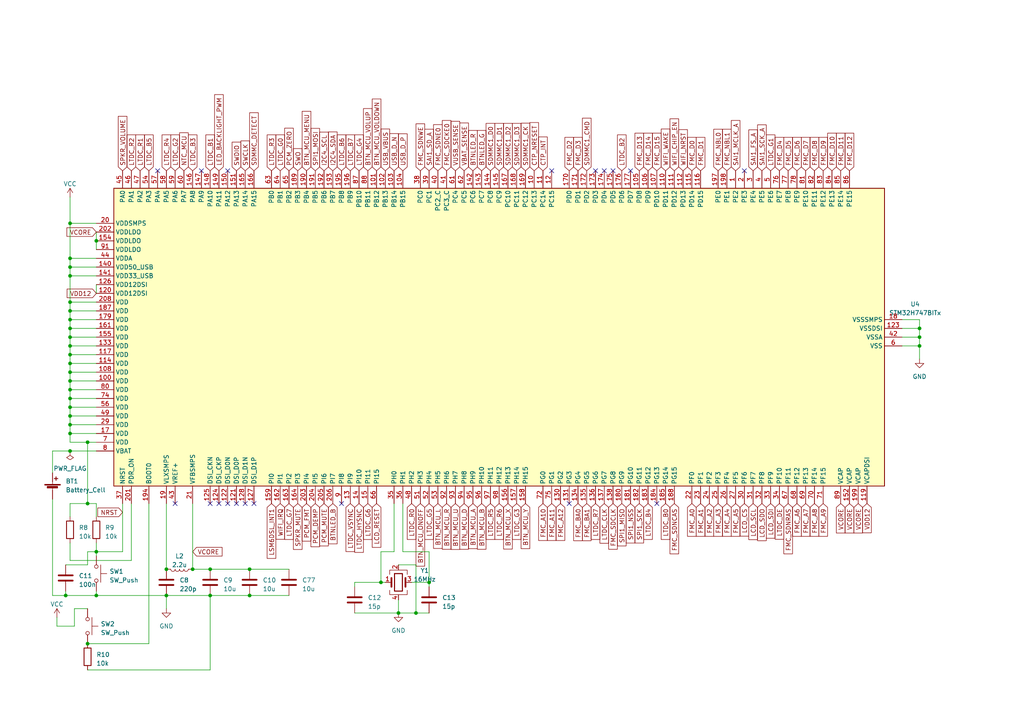
<source format=kicad_sch>
(kicad_sch (version 20230121) (generator eeschema)
  (paper "A4")
  (lib_symbols
    (symbol "Device:Battery_Cell" (pin_numbers hide) (pin_names (offset 0) hide)
      (property "Reference" "BT" (at 2.54 2.54 0))
      (property "Value" "Battery_Cell" (at 2.54 0 0))
      (symbol "Battery_Cell_0_1"
        (rectangle (start -2.286 1.778) (end 2.286 1.524) (fill (type outline)))
        (rectangle (start -1.5748 1.1938) (end 1.4732 0.6858) (fill (type outline)))
        (polyline (pts (xy 0 0.762) (xy 0 0)))
        (polyline (pts (xy 0 1.778) (xy 0 2.54)))
        (polyline (pts (xy 0.508 3.429) (xy 1.524 3.429)) (stroke (width 0.254)))
        (polyline (pts (xy 1.016 3.937) (xy 1.016 2.921)) (stroke (width 0.254)))
      )
      (symbol "Battery_Cell_1_1"
        (pin passive line (at 0 5.08 270) (length 2.54) (name "+") (number "1"))
        (pin passive line (at 0 -2.54 90) (length 2.54) (name "-") (number "2"))
      )
    )
    (symbol "Device:C" (pin_numbers hide) (pin_names (offset 0.254))
      (property "Reference" "C" (at 0.635 2.54 0))
      (property "Value" "C" (at 0.635 -2.54 0))
      (symbol "C_0_1"
        (polyline (pts (xy -2.032 -0.762) (xy 2.032 -0.762)) (stroke (width 0.508)))
        (polyline (pts (xy -2.032 0.762) (xy 2.032 0.762)) (stroke (width 0.508)))
      )
      (symbol "C_1_1"
        (pin passive line (at 0 3.81 270) (length 2.794) (name "~") (number "1"))
        (pin passive line (at 0 -3.81 90) (length 2.794) (name "~") (number "2"))
      )
    )
    (symbol "Device:Crystal_GND24" (pin_names (offset 1.016) hide)
      (property "Reference" "Y" (at 3.175 5.08 0))
      (property "Value" "Crystal_GND24" (at 3.175 3.175 0))
      (symbol "Crystal_GND24_0_1"
        (rectangle (start -1.143 2.54) (end 1.143 -2.54) (stroke (width 0.3048)))
        (polyline (pts (xy -2.54 0) (xy -2.032 0)))
        (polyline (pts (xy -2.032 -1.27) (xy -2.032 1.27)) (stroke (width 0.508)))
        (polyline (pts (xy 0 -3.81) (xy 0 -3.556)))
        (polyline (pts (xy 0 3.556) (xy 0 3.81)))
        (polyline (pts (xy 2.032 -1.27) (xy 2.032 1.27)) (stroke (width 0.508)))
        (polyline (pts (xy 2.032 0) (xy 2.54 0)))
        (polyline (pts (xy -2.54 -2.286) (xy -2.54 -3.556) (xy 2.54 -3.556) (xy 2.54 -2.286)))
        (polyline (pts (xy -2.54 2.286) (xy -2.54 3.556) (xy 2.54 3.556) (xy 2.54 2.286)))
      )
      (symbol "Crystal_GND24_1_1"
        (pin passive line (at -3.81 0 0) (length 1.27) (name "1") (number "1"))
        (pin passive line (at 0 5.08 270) (length 1.27) (name "2") (number "2"))
        (pin passive line (at 3.81 0 180) (length 1.27) (name "3") (number "3"))
        (pin passive line (at 0 -5.08 90) (length 1.27) (name "4") (number "4"))
      )
    )
    (symbol "Device:L" (pin_numbers hide) (pin_names (offset 1.016) hide)
      (property "Reference" "L" (at -1.27 0 90))
      (property "Value" "L" (at 1.905 0 90))
      (symbol "L_0_1"
        (arc (start 0 -2.54) (mid 0.6323 -1.905) (end 0 -1.27))
        (arc (start 0 -1.27) (mid 0.6323 -0.635) (end 0 0))
        (arc (start 0 0) (mid 0.6323 0.635) (end 0 1.27))
        (arc (start 0 1.27) (mid 0.6323 1.905) (end 0 2.54))
      )
      (symbol "L_1_1"
        (pin passive line (at 0 3.81 270) (length 1.27) (name "1") (number "1"))
        (pin passive line (at 0 -3.81 90) (length 1.27) (name "2") (number "2"))
      )
    )
    (symbol "Device:R" (pin_numbers hide) (pin_names (offset 0))
      (property "Reference" "R" (at 2.032 0 90))
      (property "Value" "R" (at 0 0 90))
      (symbol "R_0_1"
        (rectangle (start -1.016 -2.54) (end 1.016 2.54) (stroke (width 0.254)))
      )
      (symbol "R_1_1"
        (pin passive line (at 0 3.81 270) (length 1.27) (name "~") (number "1"))
        (pin passive line (at 0 -3.81 90) (length 1.27) (name "~") (number "2"))
      )
    )
    (symbol "MCU_ST_STM32H7:STM32H747BITx"
      (property "Reference" "U" (at -43.18 113.03 0))
      (property "Value" "STM32H747BITx" (at 35.56 113.03 0))
      (symbol "STM32H747BITx_0_1"
        (rectangle (start -43.18 -111.76) (end 43.18 111.76) (stroke (width 0.254)) (fill (type background)))
      )
      (symbol "STM32H747BITx_1_1"
        (pin bidirectional line (at 48.26 -68.58 180) (length 5.08) (name "PE2") (number "1"))
        (pin bidirectional line (at 48.26 -10.16 180) (length 5.08) (name "PC13") (number "10"))
        (pin power_in line (at -12.7 116.84 270) (length 5.08) (name "VDD") (number "100"))
        (pin bidirectional line (at 48.26 35.56 180) (length 5.08) (name "PB12") (number "101"))
        (pin bidirectional line (at 48.26 33.02 180) (length 5.08) (name "PB13") (number "102"))
        (pin bidirectional line (at 48.26 30.48 180) (length 5.08) (name "PB14") (number "103"))
        (pin bidirectional line (at 48.26 27.94 180) (length 5.08) (name "PB15") (number "104"))
        (pin bidirectional line (at 48.26 -40.64 180) (length 5.08) (name "PD8") (number "105"))
        (pin bidirectional line (at 48.26 -43.18 180) (length 5.08) (name "PD9") (number "106"))
        (pin bidirectional line (at 48.26 -45.72 180) (length 5.08) (name "PD10") (number "107"))
        (pin power_in line (at -10.16 116.84 270) (length 5.08) (name "VDD") (number "108"))
        (pin passive line (at -2.54 -116.84 90) (length 5.08) hide (name "VSS") (number "109"))
        (pin bidirectional line (at 48.26 -12.7 180) (length 5.08) (name "PC14") (number "11"))
        (pin bidirectional line (at 48.26 -48.26 180) (length 5.08) (name "PD11") (number "110"))
        (pin bidirectional line (at 48.26 -50.8 180) (length 5.08) (name "PD12") (number "111"))
        (pin bidirectional line (at 48.26 -53.34 180) (length 5.08) (name "PD13") (number "112"))
        (pin passive line (at -2.54 -116.84 90) (length 5.08) hide (name "VSS") (number "113"))
        (pin power_in line (at -7.62 116.84 270) (length 5.08) (name "VDD") (number "114"))
        (pin bidirectional line (at 48.26 -55.88 180) (length 5.08) (name "PD14") (number "115"))
        (pin bidirectional line (at 48.26 -58.42 180) (length 5.08) (name "PD15") (number "116"))
        (pin power_in line (at -5.08 116.84 270) (length 5.08) (name "VDD") (number "117"))
        (pin passive line (at -2.54 -116.84 90) (length 5.08) hide (name "VSS") (number "118"))
        (pin power_out line (at -48.26 -106.68 0) (length 5.08) (name "VCAPDSI") (number "119"))
        (pin bidirectional line (at 48.26 -15.24 180) (length 5.08) (name "PC15") (number "12"))
        (pin power_in line (at 12.7 116.84 270) (length 5.08) (name "VDD12DSI") (number "120"))
        (pin bidirectional line (at -48.26 76.2 0) (length 5.08) (name "DSI_D0P") (number "121"))
        (pin bidirectional line (at -48.26 78.74 0) (length 5.08) (name "DSI_D0N") (number "122"))
        (pin power_in line (at 2.54 -116.84 90) (length 5.08) (name "VSSDSI") (number "123"))
        (pin bidirectional line (at -48.26 81.28 0) (length 5.08) (name "DSI_CKP") (number "124"))
        (pin bidirectional line (at -48.26 83.82 0) (length 5.08) (name "DSI_CKN") (number "125"))
        (pin power_in line (at 15.24 116.84 270) (length 5.08) (name "VDD12DSI") (number "126"))
        (pin bidirectional line (at -48.26 71.12 0) (length 5.08) (name "DSI_D1P") (number "127"))
        (pin bidirectional line (at -48.26 73.66 0) (length 5.08) (name "DSI_D1N") (number "128"))
        (pin passive line (at 2.54 -116.84 90) (length 5.08) hide (name "VSSDSI") (number "129"))
        (pin bidirectional line (at -48.26 43.18 0) (length 5.08) (name "PI9") (number "13"))
        (pin bidirectional line (at -48.26 -17.78 0) (length 5.08) (name "PG2") (number "130"))
        (pin bidirectional line (at -48.26 -20.32 0) (length 5.08) (name "PG3") (number "131"))
        (pin passive line (at -2.54 -116.84 90) (length 5.08) hide (name "VSS") (number "132"))
        (pin power_in line (at -2.54 116.84 270) (length 5.08) (name "VDD") (number "133"))
        (pin bidirectional line (at -48.26 -22.86 0) (length 5.08) (name "PG4") (number "134"))
        (pin bidirectional line (at -48.26 -25.4 0) (length 5.08) (name "PG5") (number "135"))
        (pin bidirectional line (at -48.26 -27.94 0) (length 5.08) (name "PG6") (number "136"))
        (pin bidirectional line (at -48.26 -30.48 0) (length 5.08) (name "PG7") (number "137"))
        (pin bidirectional line (at -48.26 -33.02 0) (length 5.08) (name "PG8") (number "138"))
        (pin passive line (at -2.54 -116.84 90) (length 5.08) hide (name "VSS") (number "139"))
        (pin bidirectional line (at -48.26 40.64 0) (length 5.08) (name "PI10") (number "14"))
        (pin power_in line (at 20.32 116.84 270) (length 5.08) (name "VDD50_USB") (number "140"))
        (pin power_in line (at 17.78 116.84 270) (length 5.08) (name "VDD33_USB") (number "141"))
        (pin bidirectional line (at 48.26 7.62 180) (length 5.08) (name "PC6") (number "142"))
        (pin bidirectional line (at 48.26 5.08 180) (length 5.08) (name "PC7") (number "143"))
        (pin bidirectional line (at 48.26 2.54 180) (length 5.08) (name "PC8") (number "144"))
        (pin bidirectional line (at 48.26 0 180) (length 5.08) (name "PC9") (number "145"))
        (pin bidirectional line (at 48.26 88.9 180) (length 5.08) (name "PA8") (number "146"))
        (pin bidirectional line (at 48.26 86.36 180) (length 5.08) (name "PA9") (number "147"))
        (pin bidirectional line (at 48.26 83.82 180) (length 5.08) (name "PA10") (number "148"))
        (pin bidirectional line (at 48.26 81.28 180) (length 5.08) (name "PA11") (number "149"))
        (pin bidirectional line (at -48.26 38.1 0) (length 5.08) (name "PI11") (number "15"))
        (pin bidirectional line (at 48.26 78.74 180) (length 5.08) (name "PA12") (number "150"))
        (pin bidirectional line (at 48.26 76.2 180) (length 5.08) (name "PA13") (number "151"))
        (pin power_out line (at -48.26 -101.6 0) (length 5.08) (name "VCAP") (number "152"))
        (pin passive line (at -2.54 -116.84 90) (length 5.08) hide (name "VSS") (number "153"))
        (pin power_in line (at 27.94 116.84 270) (length 5.08) (name "VDDLDO") (number "154"))
        (pin power_in line (at 0 116.84 270) (length 5.08) (name "VDD") (number "155"))
        (pin bidirectional line (at -48.26 -2.54 0) (length 5.08) (name "PH13") (number "156"))
        (pin bidirectional line (at -48.26 -5.08 0) (length 5.08) (name "PH14") (number "157"))
        (pin bidirectional line (at -48.26 -7.62 0) (length 5.08) (name "PH15") (number "158"))
        (pin bidirectional line (at -48.26 66.04 0) (length 5.08) (name "PI0") (number "159"))
        (pin passive line (at -2.54 -116.84 90) (length 5.08) hide (name "VSS") (number "16"))
        (pin passive line (at -2.54 -116.84 90) (length 5.08) hide (name "VSS") (number "160"))
        (pin power_in line (at 2.54 116.84 270) (length 5.08) (name "VDD") (number "161"))
        (pin bidirectional line (at -48.26 63.5 0) (length 5.08) (name "PI1") (number "162"))
        (pin bidirectional line (at -48.26 60.96 0) (length 5.08) (name "PI2") (number "163"))
        (pin bidirectional line (at -48.26 58.42 0) (length 5.08) (name "PI3") (number "164"))
        (pin bidirectional line (at 48.26 73.66 180) (length 5.08) (name "PA14") (number "165"))
        (pin bidirectional line (at 48.26 71.12 180) (length 5.08) (name "PA15") (number "166"))
        (pin bidirectional line (at 48.26 -2.54 180) (length 5.08) (name "PC10") (number "167"))
        (pin bidirectional line (at 48.26 -5.08 180) (length 5.08) (name "PC11") (number "168"))
        (pin bidirectional line (at 48.26 -7.62 180) (length 5.08) (name "PC12") (number "169"))
        (pin power_in line (at -27.94 116.84 270) (length 5.08) (name "VDD") (number "17"))
        (pin bidirectional line (at 48.26 -20.32 180) (length 5.08) (name "PD0") (number "170"))
        (pin bidirectional line (at 48.26 -22.86 180) (length 5.08) (name "PD1") (number "171"))
        (pin bidirectional line (at 48.26 -25.4 180) (length 5.08) (name "PD2") (number "172"))
        (pin bidirectional line (at 48.26 -27.94 180) (length 5.08) (name "PD3") (number "173"))
        (pin bidirectional line (at 48.26 -30.48 180) (length 5.08) (name "PD4") (number "174"))
        (pin bidirectional line (at 48.26 -33.02 180) (length 5.08) (name "PD5") (number "175"))
        (pin bidirectional line (at 48.26 -35.56 180) (length 5.08) (name "PD6") (number "176"))
        (pin bidirectional line (at 48.26 -38.1 180) (length 5.08) (name "PD7") (number "177"))
        (pin passive line (at -2.54 -116.84 90) (length 5.08) hide (name "VSS") (number "178"))
        (pin power_in line (at 5.08 116.84 270) (length 5.08) (name "VDD") (number "179"))
        (pin power_in line (at 5.08 -116.84 90) (length 5.08) (name "VSSSMPS") (number "18"))
        (pin bidirectional line (at -48.26 -35.56 0) (length 5.08) (name "PG9") (number "180"))
        (pin bidirectional line (at -48.26 -38.1 0) (length 5.08) (name "PG10") (number "181"))
        (pin bidirectional line (at -48.26 -40.64 0) (length 5.08) (name "PG11") (number "182"))
        (pin bidirectional line (at -48.26 -43.18 0) (length 5.08) (name "PG12") (number "183"))
        (pin bidirectional line (at -48.26 -45.72 0) (length 5.08) (name "PG13") (number "184"))
        (pin bidirectional line (at -48.26 -48.26 0) (length 5.08) (name "PG14") (number "185"))
        (pin passive line (at -2.54 -116.84 90) (length 5.08) hide (name "VSS") (number "186"))
        (pin power_in line (at 7.62 116.84 270) (length 5.08) (name "VDD") (number "187"))
        (pin bidirectional line (at -48.26 -50.8 0) (length 5.08) (name "PG15") (number "188"))
        (pin bidirectional line (at 48.26 58.42 180) (length 5.08) (name "PB3") (number "189"))
        (pin power_in line (at -48.26 96.52 0) (length 5.08) (name "VLXSMPS") (number "19"))
        (pin bidirectional line (at 48.26 55.88 180) (length 5.08) (name "PB4") (number "190"))
        (pin bidirectional line (at 48.26 53.34 180) (length 5.08) (name "PB5") (number "191"))
        (pin bidirectional line (at 48.26 50.8 180) (length 5.08) (name "PB6") (number "192"))
        (pin bidirectional line (at 48.26 48.26 180) (length 5.08) (name "PB7") (number "193"))
        (pin input line (at -48.26 101.6 0) (length 5.08) (name "BOOT0") (number "194"))
        (pin bidirectional line (at 48.26 45.72 180) (length 5.08) (name "PB8") (number "195"))
        (pin bidirectional line (at 48.26 43.18 180) (length 5.08) (name "PB9") (number "196"))
        (pin bidirectional line (at 48.26 -63.5 180) (length 5.08) (name "PE0") (number "197"))
        (pin bidirectional line (at 48.26 -66.04 180) (length 5.08) (name "PE1") (number "198"))
        (pin power_out line (at -48.26 -104.14 0) (length 5.08) (name "VCAP") (number "199"))
        (pin bidirectional line (at 48.26 -71.12 180) (length 5.08) (name "PE3") (number "2"))
        (pin power_in line (at 33.02 116.84 270) (length 5.08) (name "VDDSMPS") (number "20"))
        (pin passive line (at -2.54 -116.84 90) (length 5.08) hide (name "VSS") (number "200"))
        (pin input line (at -48.26 106.68 0) (length 5.08) (name "PDR_ON") (number "201"))
        (pin power_in line (at 30.48 116.84 270) (length 5.08) (name "VDDLDO") (number "202"))
        (pin bidirectional line (at -48.26 55.88 0) (length 5.08) (name "PI4") (number "203"))
        (pin bidirectional line (at -48.26 53.34 0) (length 5.08) (name "PI5") (number "204"))
        (pin bidirectional line (at -48.26 50.8 0) (length 5.08) (name "PI6") (number "205"))
        (pin bidirectional line (at -48.26 48.26 0) (length 5.08) (name "PI7") (number "206"))
        (pin passive line (at -2.54 -116.84 90) (length 5.08) hide (name "VSS") (number "207"))
        (pin power_in line (at 10.16 116.84 270) (length 5.08) (name "VDD") (number "208"))
        (pin input line (at -48.26 88.9 0) (length 5.08) (name "VFBSMPS") (number "21"))
        (pin bidirectional line (at -48.26 -55.88 0) (length 5.08) (name "PF0") (number "22"))
        (pin bidirectional line (at -48.26 -58.42 0) (length 5.08) (name "PF1") (number "23"))
        (pin bidirectional line (at -48.26 -60.96 0) (length 5.08) (name "PF2") (number "24"))
        (pin bidirectional line (at -48.26 -63.5 0) (length 5.08) (name "PF3") (number "25"))
        (pin bidirectional line (at -48.26 -66.04 0) (length 5.08) (name "PF4") (number "26"))
        (pin bidirectional line (at -48.26 -68.58 0) (length 5.08) (name "PF5") (number "27"))
        (pin passive line (at -2.54 -116.84 90) (length 5.08) hide (name "VSS") (number "28"))
        (pin power_in line (at -25.4 116.84 270) (length 5.08) (name "VDD") (number "29"))
        (pin bidirectional line (at 48.26 -73.66 180) (length 5.08) (name "PE4") (number "3"))
        (pin bidirectional line (at -48.26 -71.12 0) (length 5.08) (name "PF6") (number "30"))
        (pin bidirectional line (at -48.26 -73.66 0) (length 5.08) (name "PF7") (number "31"))
        (pin bidirectional line (at -48.26 -76.2 0) (length 5.08) (name "PF8") (number "32"))
        (pin bidirectional line (at -48.26 -78.74 0) (length 5.08) (name "PF9") (number "33"))
        (pin bidirectional line (at -48.26 -81.28 0) (length 5.08) (name "PF10") (number "34"))
        (pin bidirectional line (at -48.26 30.48 0) (length 5.08) (name "PH0") (number "35"))
        (pin bidirectional line (at -48.26 27.94 0) (length 5.08) (name "PH1") (number "36"))
        (pin input line (at -48.26 109.22 0) (length 5.08) (name "NRST") (number "37"))
        (pin bidirectional line (at 48.26 22.86 180) (length 5.08) (name "PC0") (number "38"))
        (pin bidirectional line (at 48.26 20.32 180) (length 5.08) (name "PC1") (number "39"))
        (pin bidirectional line (at 48.26 -76.2 180) (length 5.08) (name "PE5") (number "4"))
        (pin bidirectional line (at 48.26 17.78 180) (length 5.08) (name "PC2_C") (number "40"))
        (pin bidirectional line (at 48.26 15.24 180) (length 5.08) (name "PC3_C") (number "41"))
        (pin power_in line (at 0 -116.84 90) (length 5.08) (name "VSSA") (number "42"))
        (pin input line (at -48.26 93.98 0) (length 5.08) (name "VREF+") (number "43"))
        (pin power_in line (at 22.86 116.84 270) (length 5.08) (name "VDDA") (number "44"))
        (pin bidirectional line (at 48.26 109.22 180) (length 5.08) (name "PA0") (number "45"))
        (pin bidirectional line (at 48.26 106.68 180) (length 5.08) (name "PA1") (number "46"))
        (pin bidirectional line (at 48.26 104.14 180) (length 5.08) (name "PA2") (number "47"))
        (pin bidirectional line (at -48.26 25.4 0) (length 5.08) (name "PH2") (number "48"))
        (pin power_in line (at -22.86 116.84 270) (length 5.08) (name "VDD") (number "49"))
        (pin bidirectional line (at 48.26 -78.74 180) (length 5.08) (name "PE6") (number "5"))
        (pin passive line (at -2.54 -116.84 90) (length 5.08) hide (name "VSS") (number "50"))
        (pin bidirectional line (at -48.26 22.86 0) (length 5.08) (name "PH3") (number "51"))
        (pin bidirectional line (at -48.26 20.32 0) (length 5.08) (name "PH4") (number "52"))
        (pin bidirectional line (at -48.26 17.78 0) (length 5.08) (name "PH5") (number "53"))
        (pin bidirectional line (at 48.26 101.6 180) (length 5.08) (name "PA3") (number "54"))
        (pin passive line (at -2.54 -116.84 90) (length 5.08) hide (name "VSS") (number "55"))
        (pin power_in line (at -20.32 116.84 270) (length 5.08) (name "VDD") (number "56"))
        (pin bidirectional line (at 48.26 99.06 180) (length 5.08) (name "PA4") (number "57"))
        (pin bidirectional line (at 48.26 96.52 180) (length 5.08) (name "PA5") (number "58"))
        (pin bidirectional line (at 48.26 93.98 180) (length 5.08) (name "PA6") (number "59"))
        (pin power_in line (at -2.54 -116.84 90) (length 5.08) (name "VSS") (number "6"))
        (pin bidirectional line (at 48.26 91.44 180) (length 5.08) (name "PA7") (number "60"))
        (pin bidirectional line (at 48.26 12.7 180) (length 5.08) (name "PC4") (number "61"))
        (pin bidirectional line (at 48.26 10.16 180) (length 5.08) (name "PC5") (number "62"))
        (pin bidirectional line (at 48.26 66.04 180) (length 5.08) (name "PB0") (number "63"))
        (pin bidirectional line (at 48.26 63.5 180) (length 5.08) (name "PB1") (number "64"))
        (pin bidirectional line (at 48.26 60.96 180) (length 5.08) (name "PB2") (number "65"))
        (pin bidirectional line (at -48.26 35.56 0) (length 5.08) (name "PI15") (number "66"))
        (pin bidirectional line (at -48.26 -83.82 0) (length 5.08) (name "PF11") (number "67"))
        (pin bidirectional line (at -48.26 -86.36 0) (length 5.08) (name "PF12") (number "68"))
        (pin bidirectional line (at -48.26 -88.9 0) (length 5.08) (name "PF13") (number "69"))
        (pin power_in line (at -30.48 116.84 270) (length 5.08) (name "VDD") (number "7"))
        (pin bidirectional line (at -48.26 -91.44 0) (length 5.08) (name "PF14") (number "70"))
        (pin bidirectional line (at -48.26 -93.98 0) (length 5.08) (name "PF15") (number "71"))
        (pin bidirectional line (at -48.26 -12.7 0) (length 5.08) (name "PG0") (number "72"))
        (pin passive line (at -2.54 -116.84 90) (length 5.08) hide (name "VSS") (number "73"))
        (pin power_in line (at -17.78 116.84 270) (length 5.08) (name "VDD") (number "74"))
        (pin bidirectional line (at -48.26 -15.24 0) (length 5.08) (name "PG1") (number "75"))
        (pin bidirectional line (at 48.26 -81.28 180) (length 5.08) (name "PE7") (number "76"))
        (pin bidirectional line (at 48.26 -83.82 180) (length 5.08) (name "PE8") (number "77"))
        (pin bidirectional line (at 48.26 -86.36 180) (length 5.08) (name "PE9") (number "78"))
        (pin passive line (at -2.54 -116.84 90) (length 5.08) hide (name "VSS") (number "79"))
        (pin power_in line (at -33.02 116.84 270) (length 5.08) (name "VBAT") (number "8"))
        (pin power_in line (at -15.24 116.84 270) (length 5.08) (name "VDD") (number "80"))
        (pin bidirectional line (at 48.26 -88.9 180) (length 5.08) (name "PE10") (number "81"))
        (pin bidirectional line (at 48.26 -91.44 180) (length 5.08) (name "PE11") (number "82"))
        (pin bidirectional line (at 48.26 -93.98 180) (length 5.08) (name "PE12") (number "83"))
        (pin bidirectional line (at 48.26 -96.52 180) (length 5.08) (name "PE13") (number "84"))
        (pin bidirectional line (at 48.26 -99.06 180) (length 5.08) (name "PE14") (number "85"))
        (pin bidirectional line (at 48.26 -101.6 180) (length 5.08) (name "PE15") (number "86"))
        (pin bidirectional line (at 48.26 40.64 180) (length 5.08) (name "PB10") (number "87"))
        (pin bidirectional line (at 48.26 38.1 180) (length 5.08) (name "PB11") (number "88"))
        (pin power_out line (at -48.26 -99.06 0) (length 5.08) (name "VCAP") (number "89"))
        (pin bidirectional line (at -48.26 45.72 0) (length 5.08) (name "PI8") (number "9"))
        (pin passive line (at -2.54 -116.84 90) (length 5.08) hide (name "VSS") (number "90"))
        (pin power_in line (at 25.4 116.84 270) (length 5.08) (name "VDDLDO") (number "91"))
        (pin bidirectional line (at -48.26 15.24 0) (length 5.08) (name "PH6") (number "92"))
        (pin bidirectional line (at -48.26 12.7 0) (length 5.08) (name "PH7") (number "93"))
        (pin bidirectional line (at -48.26 10.16 0) (length 5.08) (name "PH8") (number "94"))
        (pin bidirectional line (at -48.26 7.62 0) (length 5.08) (name "PH9") (number "95"))
        (pin bidirectional line (at -48.26 5.08 0) (length 5.08) (name "PH10") (number "96"))
        (pin bidirectional line (at -48.26 2.54 0) (length 5.08) (name "PH11") (number "97"))
        (pin bidirectional line (at -48.26 0 0) (length 5.08) (name "PH12") (number "98"))
        (pin passive line (at -2.54 -116.84 90) (length 5.08) hide (name "VSS") (number "99"))
      )
    )
    (symbol "Switch:SW_Push" (pin_numbers hide) (pin_names (offset 1.016) hide)
      (property "Reference" "SW" (at 1.27 2.54 0))
      (property "Value" "SW_Push" (at 0 -1.524 0))
      (symbol "SW_Push_0_1"
        (circle (center -2.032 0) (radius 0.508))
        (polyline (pts (xy 0 1.27) (xy 0 3.048)))
        (polyline (pts (xy 2.54 1.27) (xy -2.54 1.27)))
        (circle (center 2.032 0) (radius 0.508))
        (pin passive line (at -5.08 0 0) (length 2.54) (name "1") (number "1"))
        (pin passive line (at 5.08 0 180) (length 2.54) (name "2") (number "2"))
      )
    )
    (symbol "power:GND" (power) (pin_names (offset 0))
      (property "Value" "GND" (at 0 -3.81 0))
      (symbol "GND_0_1"
        (polyline (pts (xy 0 0) (xy 0 -1.27) (xy 1.27 -1.27) (xy 0 -2.54) (xy -1.27 -1.27) (xy 0 -1.27)))
      )
      (symbol "GND_1_1"
        (pin power_in line (at 0 0 270) (length 0) hide (name "GND") (number "1"))
      )
    )
    (symbol "power:PWR_FLAG" (power) (pin_numbers hide) (pin_names (offset 0) hide)
      (property "Value" "PWR_FLAG" (at 0 3.81 0))
      (symbol "PWR_FLAG_0_0"
        (pin power_out line (at 0 0 90) (length 0) (name "pwr") (number "1"))
      )
      (symbol "PWR_FLAG_0_1"
        (polyline (pts (xy 0 0) (xy 0 1.27) (xy -1.016 1.905) (xy 0 2.54) (xy 1.016 1.905) (xy 0 1.27)))
      )
    )
    (symbol "power:VCC" (power) (pin_names (offset 0))
      (property "Value" "VCC" (at 0 3.81 0))
      (symbol "VCC_0_1"
        (polyline (pts (xy -0.762 1.27) (xy 0 2.54)))
        (polyline (pts (xy 0 0) (xy 0 2.54)))
        (polyline (pts (xy 0 2.54) (xy 0.762 1.27)))
      )
      (symbol "VCC_1_1"
        (pin power_in line (at 0 0 90) (length 0) hide (name "VCC") (number "1"))
      )
    )
  )
  (junction (at 20.32 77.47))
  (junction (at 20.32 120.65))
  (junction (at 20.32 125.73))
  (junction (at 72.39 165.1))
  (junction (at 20.32 97.79))
  (junction (at 20.32 113.03))
  (junction (at 48.26 172.72))
  (junction (at 25.4 186.69))
  (junction (at 20.32 123.19))
  (junction (at 27.94 69.85))
  (junction (at 110.49 168.91))
  (junction (at 25.4 128.27))
  (junction (at 60.96 172.72))
  (junction (at 27.94 172.72))
  (junction (at 20.32 95.25))
  (junction (at 124.46 168.91))
  (junction (at 266.7 97.79))
  (junction (at 25.4 146.05))
  (junction (at 20.32 107.95))
  (junction (at 20.32 130.81))
  (junction (at 115.57 177.8))
  (junction (at 20.32 87.63))
  (junction (at 55.88 165.1))
  (junction (at 48.26 165.1))
  (junction (at 20.32 64.77))
  (junction (at 20.32 110.49))
  (junction (at 20.32 115.57))
  (junction (at 60.96 165.1))
  (junction (at 266.7 100.33))
  (junction (at 20.32 92.71))
  (junction (at 27.94 160.02))
  (junction (at 20.32 90.17))
  (junction (at 20.32 74.93))
  (junction (at 20.32 100.33))
  (junction (at 20.32 102.87))
  (junction (at 120.65 177.8))
  (junction (at 20.32 105.41))
  (junction (at 266.7 95.25))
  (junction (at 72.39 172.72))
  (junction (at 20.32 118.11))
  (junction (at 19.05 172.72))
  (junction (at 20.32 80.01))
  (no_connect (at 68.58 146.05))
  (no_connect (at 71.12 146.05))
  (no_connect (at 99.06 146.05))
  (no_connect (at 215.9 49.53))
  (no_connect (at 45.72 49.53))
  (no_connect (at 175.26 49.53))
  (no_connect (at 172.72 49.53))
  (no_connect (at 190.5 146.05))
  (no_connect (at 66.04 49.53))
  (no_connect (at 165.1 146.05))
  (no_connect (at 63.5 146.05))
  (no_connect (at 66.04 146.05))
  (no_connect (at 50.8 146.05))
  (no_connect (at 160.02 49.53))
  (no_connect (at 73.66 146.05))
  (no_connect (at 58.42 49.53))
  (no_connect (at 60.96 146.05))
  (no_connect (at 182.88 49.53))
  (no_connect (at 177.8 49.53))
  (wire (pts (xy 266.7 97.79) (xy 266.7 100.33)))
  (wire (pts (xy 20.32 100.33) (xy 20.32 97.79)))
  (wire (pts (xy 27.94 107.95) (xy 20.32 107.95)))
  (wire (pts (xy 116.84 146.05) (xy 116.84 160.02)))
  (wire (pts (xy 20.32 90.17) (xy 20.32 87.63)))
  (wire (pts (xy 266.7 100.33) (xy 266.7 104.14)))
  (wire (pts (xy 266.7 92.71) (xy 266.7 95.25)))
  (wire (pts (xy 115.57 163.83) (xy 120.65 163.83)))
  (wire (pts (xy 38.1 146.05) (xy 38.1 162.56)))
  (wire (pts (xy 27.94 172.72) (xy 48.26 172.72)))
  (wire (pts (xy 27.94 128.27) (xy 25.4 128.27)))
  (wire (pts (xy 27.94 130.81) (xy 20.32 130.81)))
  (wire (pts (xy 27.94 160.02) (xy 27.94 157.48)))
  (wire (pts (xy 27.94 149.86) (xy 27.94 146.05)))
  (wire (pts (xy 27.94 90.17) (xy 20.32 90.17)))
  (wire (pts (xy 20.32 77.47) (xy 20.32 74.93)))
  (wire (pts (xy 19.05 171.45) (xy 19.05 172.72)))
  (wire (pts (xy 20.32 80.01) (xy 20.32 77.47)))
  (wire (pts (xy 114.3 146.05) (xy 114.3 160.02)))
  (wire (pts (xy 35.56 160.02) (xy 27.94 160.02)))
  (wire (pts (xy 20.32 149.86) (xy 20.32 146.05)))
  (wire (pts (xy 72.39 165.1) (xy 83.82 165.1)))
  (wire (pts (xy 27.94 146.05) (xy 25.4 146.05)))
  (wire (pts (xy 25.4 194.31) (xy 60.96 194.31)))
  (wire (pts (xy 102.87 177.8) (xy 115.57 177.8)))
  (wire (pts (xy 60.96 172.72) (xy 72.39 172.72)))
  (wire (pts (xy 72.39 172.72) (xy 83.82 172.72)))
  (wire (pts (xy 27.94 95.25) (xy 20.32 95.25)))
  (wire (pts (xy 27.94 74.93) (xy 20.32 74.93)))
  (wire (pts (xy 20.32 105.41) (xy 20.32 102.87)))
  (wire (pts (xy 27.94 120.65) (xy 20.32 120.65)))
  (wire (pts (xy 124.46 168.91) (xy 124.46 170.18)))
  (wire (pts (xy 261.62 95.25) (xy 266.7 95.25)))
  (wire (pts (xy 27.94 67.31) (xy 27.94 69.85)))
  (wire (pts (xy 20.32 123.19) (xy 20.32 120.65)))
  (wire (pts (xy 27.94 97.79) (xy 20.32 97.79)))
  (wire (pts (xy 20.32 97.79) (xy 20.32 95.25)))
  (wire (pts (xy 21.59 181.61) (xy 21.59 176.53)))
  (wire (pts (xy 20.32 64.77) (xy 20.32 74.93)))
  (wire (pts (xy 27.94 113.03) (xy 20.32 113.03)))
  (wire (pts (xy 266.7 95.25) (xy 266.7 97.79)))
  (wire (pts (xy 20.32 95.25) (xy 20.32 92.71)))
  (wire (pts (xy 43.18 146.05) (xy 43.18 186.69)))
  (wire (pts (xy 27.94 160.02) (xy 27.94 161.29)))
  (wire (pts (xy 19.05 172.72) (xy 27.94 172.72)))
  (wire (pts (xy 120.65 177.8) (xy 124.46 177.8)))
  (wire (pts (xy 55.88 165.1) (xy 60.96 165.1)))
  (wire (pts (xy 27.94 125.73) (xy 20.32 125.73)))
  (wire (pts (xy 16.51 179.07) (xy 16.51 181.61)))
  (wire (pts (xy 116.84 160.02) (xy 124.46 160.02)))
  (wire (pts (xy 15.24 144.78) (xy 15.24 172.72)))
  (wire (pts (xy 115.57 173.99) (xy 115.57 177.8)))
  (wire (pts (xy 102.87 168.91) (xy 102.87 170.18)))
  (wire (pts (xy 60.96 165.1) (xy 72.39 165.1)))
  (wire (pts (xy 27.94 69.85) (xy 27.94 72.39)))
  (wire (pts (xy 25.4 128.27) (xy 20.32 128.27)))
  (wire (pts (xy 27.94 92.71) (xy 20.32 92.71)))
  (wire (pts (xy 27.94 100.33) (xy 20.32 100.33)))
  (wire (pts (xy 20.32 113.03) (xy 20.32 110.49)))
  (wire (pts (xy 27.94 64.77) (xy 20.32 64.77)))
  (wire (pts (xy 27.94 105.41) (xy 20.32 105.41)))
  (wire (pts (xy 25.4 186.69) (xy 43.18 186.69)))
  (wire (pts (xy 27.94 102.87) (xy 20.32 102.87)))
  (wire (pts (xy 20.32 115.57) (xy 20.32 113.03)))
  (wire (pts (xy 25.4 146.05) (xy 25.4 128.27)))
  (wire (pts (xy 38.1 162.56) (xy 20.32 162.56)))
  (wire (pts (xy 124.46 160.02) (xy 124.46 168.91)))
  (wire (pts (xy 20.32 107.95) (xy 20.32 105.41)))
  (wire (pts (xy 20.32 87.63) (xy 20.32 80.01)))
  (wire (pts (xy 25.4 160.02) (xy 27.94 160.02)))
  (wire (pts (xy 27.94 171.45) (xy 27.94 172.72)))
  (wire (pts (xy 60.96 194.31) (xy 60.96 172.72)))
  (wire (pts (xy 20.32 162.56) (xy 20.32 157.48)))
  (wire (pts (xy 27.94 110.49) (xy 20.32 110.49)))
  (wire (pts (xy 20.32 102.87) (xy 20.32 100.33)))
  (wire (pts (xy 21.59 176.53) (xy 25.4 176.53)))
  (wire (pts (xy 20.32 128.27) (xy 20.32 125.73)))
  (wire (pts (xy 20.32 118.11) (xy 20.32 115.57)))
  (wire (pts (xy 115.57 177.8) (xy 120.65 177.8)))
  (wire (pts (xy 35.56 146.05) (xy 35.56 160.02)))
  (wire (pts (xy 114.3 160.02) (xy 110.49 160.02)))
  (wire (pts (xy 48.26 172.72) (xy 48.26 176.53)))
  (wire (pts (xy 119.38 168.91) (xy 124.46 168.91)))
  (wire (pts (xy 110.49 160.02) (xy 110.49 168.91)))
  (wire (pts (xy 20.32 120.65) (xy 20.32 118.11)))
  (wire (pts (xy 20.32 110.49) (xy 20.32 107.95)))
  (wire (pts (xy 20.32 80.01) (xy 27.94 80.01)))
  (wire (pts (xy 20.32 77.47) (xy 27.94 77.47)))
  (wire (pts (xy 19.05 163.83) (xy 25.4 163.83)))
  (wire (pts (xy 20.32 125.73) (xy 20.32 123.19)))
  (wire (pts (xy 27.94 123.19) (xy 20.32 123.19)))
  (wire (pts (xy 20.32 146.05) (xy 25.4 146.05)))
  (wire (pts (xy 27.94 87.63) (xy 20.32 87.63)))
  (wire (pts (xy 20.32 64.77) (xy 20.32 57.15)))
  (wire (pts (xy 27.94 118.11) (xy 20.32 118.11)))
  (wire (pts (xy 27.94 82.55) (xy 27.94 85.09)))
  (wire (pts (xy 120.65 163.83) (xy 120.65 177.8)))
  (wire (pts (xy 110.49 168.91) (xy 102.87 168.91)))
  (wire (pts (xy 25.4 163.83) (xy 25.4 160.02)))
  (wire (pts (xy 15.24 130.81) (xy 15.24 137.16)))
  (wire (pts (xy 27.94 115.57) (xy 20.32 115.57)))
  (wire (pts (xy 111.76 168.91) (xy 110.49 168.91)))
  (wire (pts (xy 261.62 100.33) (xy 266.7 100.33)))
  (wire (pts (xy 261.62 97.79) (xy 266.7 97.79)))
  (wire (pts (xy 20.32 130.81) (xy 15.24 130.81)))
  (wire (pts (xy 261.62 92.71) (xy 266.7 92.71)))
  (wire (pts (xy 15.24 172.72) (xy 19.05 172.72)))
  (wire (pts (xy 48.26 172.72) (xy 60.96 172.72)))
  (wire (pts (xy 16.51 181.61) (xy 21.59 181.61)))
  (wire (pts (xy 48.26 146.05) (xy 48.26 165.1)))
  (wire (pts (xy 55.88 146.05) (xy 55.88 165.1)))
  (wire (pts (xy 20.32 92.71) (xy 20.32 90.17)))
  (global_label "FMC_A11" (shape input) (at 160.02 146.05 270) (property "Intersheetrefs" "${INTERSHEET_REFS}" (effects hide)))
  (global_label "LTDC_B3" (shape input) (at 55.88 49.53 90) (property "Intersheetrefs" "${INTERSHEET_REFS}" (effects hide)))
  (global_label "BTN_MCU_Y" (shape input) (at 152.4 146.05 270) (property "Intersheetrefs" "${INTERSHEET_REFS}" (effects hide)))
  (global_label "LTDC_G4" (shape input) (at 104.14 49.53 90) (property "Intersheetrefs" "${INTERSHEET_REFS}" (effects hide)))
  (global_label "SDMMC1_D1" (shape input) (at 144.78 49.53 90) (property "Intersheetrefs" "${INTERSHEET_REFS}" (effects hide)))
  (global_label "BTNLED_G" (shape input) (at 139.7 49.53 90) (property "Intersheetrefs" "${INTERSHEET_REFS}" (effects hide)))
  (global_label "CTP_INT" (shape input) (at 157.48 49.53 90) (property "Intersheetrefs" "${INTERSHEET_REFS}" (effects hide)))
  (global_label "WIFI_CHIP_EN" (shape input) (at 195.58 49.53 90) (property "Intersheetrefs" "${INTERSHEET_REFS}" (effects hide)))
  (global_label "USB_D_N" (shape input) (at 114.3 49.53 90) (property "Intersheetrefs" "${INTERSHEET_REFS}" (effects hide)))
  (global_label "LED_BACKLIGHT_PWM" (shape input) (at 63.5 49.53 90) (property "Intersheetrefs" "${INTERSHEET_REFS}" (effects hide)))
  (global_label "PCM_FMT" (shape input) (at 88.9 146.05 270) (property "Intersheetrefs" "${INTERSHEET_REFS}" (effects hide)))
  (global_label "FMC_SDCLK" (shape input) (at 177.8 146.05 270) (property "Intersheetrefs" "${INTERSHEET_REFS}" (effects hide)))
  (global_label "SPKR_MUTE" (shape input) (at 86.36 146.05 270) (property "Intersheetrefs" "${INTERSHEET_REFS}" (effects hide)))
  (global_label "FMC_D9" (shape input) (at 238.76 49.53 90) (property "Intersheetrefs" "${INTERSHEET_REFS}" (effects hide)))
  (global_label "LTDC_DE" (shape input) (at 226.06 146.05 270) (property "Intersheetrefs" "${INTERSHEET_REFS}" (effects hide)))
  (global_label "NRST" (shape input) (at 35.56 148.59 180) (property "Intersheetrefs" "${INTERSHEET_REFS}" (effects hide)))
  (global_label "FMC_A10" (shape input) (at 157.48 146.05 270) (property "Intersheetrefs" "${INTERSHEET_REFS}" (effects hide)))
  (global_label "SDMMC1_D2" (shape input) (at 147.32 49.53 90) (property "Intersheetrefs" "${INTERSHEET_REFS}" (effects hide)))
  (global_label "BTN_MCU_MENU" (shape input) (at 88.9 49.53 90) (property "Intersheetrefs" "${INTERSHEET_REFS}" (effects hide)))
  (global_label "LCD_SCL" (shape input) (at 218.44 146.05 270) (property "Intersheetrefs" "${INTERSHEET_REFS}" (effects hide)))
  (global_label "BTN_MCU_R" (shape input) (at 129.54 146.05 270) (property "Intersheetrefs" "${INTERSHEET_REFS}" (effects hide)))
  (global_label "VCORE" (shape input) (at 248.92 146.05 270) (property "Intersheetrefs" "${INTERSHEET_REFS}" (effects hide)))
  (global_label "SDMMC1_D3" (shape input) (at 149.86 49.53 90) (property "Intersheetrefs" "${INTERSHEET_REFS}" (effects hide)))
  (global_label "FMC_D2" (shape input) (at 165.1 49.53 90) (property "Intersheetrefs" "${INTERSHEET_REFS}" (effects hide)))
  (global_label "VCORE" (shape input) (at 27.94 67.31 180) (property "Intersheetrefs" "${INTERSHEET_REFS}" (effects hide)))
  (global_label "BTN_MCU_VOLDOWN" (shape input) (at 109.22 49.53 90) (property "Intersheetrefs" "${INTERSHEET_REFS}" (effects hide)))
  (global_label "BTN_MCU_VOLUP" (shape input) (at 106.68 49.53 90) (property "Intersheetrefs" "${INTERSHEET_REFS}" (effects hide)))
  (global_label "PCM_MUTE" (shape input) (at 93.98 146.05 270) (property "Intersheetrefs" "${INTERSHEET_REFS}" (effects hide)))
  (global_label "LTDC_G3" (shape input) (at 149.86 146.05 270) (property "Intersheetrefs" "${INTERSHEET_REFS}" (effects hide)))
  (global_label "LSM6DSL_INT1" (shape input) (at 78.74 146.05 270) (property "Intersheetrefs" "${INTERSHEET_REFS}" (effects hide)))
  (global_label "FMC_BA1" (shape input) (at 170.18 146.05 270) (property "Intersheetrefs" "${INTERSHEET_REFS}" (effects hide)))
  (global_label "SPI1_SCK" (shape input) (at 185.42 146.05 270) (property "Intersheetrefs" "${INTERSHEET_REFS}" (effects hide)))
  (global_label "FMC_D14" (shape input) (at 187.96 49.53 90) (property "Intersheetrefs" "${INTERSHEET_REFS}" (effects hide)))
  (global_label "LTDC_G0" (shape input) (at 81.28 49.53 90) (property "Intersheetrefs" "${INTERSHEET_REFS}" (effects hide)))
  (global_label "FMC_D1" (shape input) (at 203.2 49.53 90) (property "Intersheetrefs" "${INTERSHEET_REFS}" (effects hide)))
  (global_label "FMC_D11" (shape input) (at 243.84 49.53 90) (property "Intersheetrefs" "${INTERSHEET_REFS}" (effects hide)))
  (global_label "VCORE" (shape input) (at 55.88 160.02 0) (property "Intersheetrefs" "${INTERSHEET_REFS}" (effects hide)))
  (global_label "SWCLK" (shape input) (at 71.12 49.53 90) (property "Intersheetrefs" "${INTERSHEET_REFS}" (effects hide)))
  (global_label "LTDC_G6" (shape input) (at 106.68 146.05 270) (property "Intersheetrefs" "${INTERSHEET_REFS}" (effects hide)))
  (global_label "I2C4_SDA" (shape input) (at 96.52 49.53 90) (property "Intersheetrefs" "${INTERSHEET_REFS}" (effects hide)))
  (global_label "LTDC_CLK" (shape input) (at 175.26 146.05 270) (property "Intersheetrefs" "${INTERSHEET_REFS}" (effects hide)))
  (global_label "BTN_MCU_A" (shape input) (at 137.16 146.05 270) (property "Intersheetrefs" "${INTERSHEET_REFS}" (effects hide)))
  (global_label "LTDC_B1" (shape input) (at 60.96 49.53 90) (property "Intersheetrefs" "${INTERSHEET_REFS}" (effects hide)))
  (global_label "LCD_RESET" (shape input) (at 109.22 146.05 270) (property "Intersheetrefs" "${INTERSHEET_REFS}" (effects hide)))
  (global_label "LTDC_R7" (shape input) (at 172.72 146.05 270) (property "Intersheetrefs" "${INTERSHEET_REFS}" (effects hide)))
  (global_label "LTDC_G2" (shape input) (at 50.8 49.53 90) (property "Intersheetrefs" "${INTERSHEET_REFS}" (effects hide)))
  (global_label "FMC_SDNE0" (shape input) (at 127 49.53 90) (property "Intersheetrefs" "${INTERSHEET_REFS}" (effects hide)))
  (global_label "LTDC_R1" (shape input) (at 40.64 49.53 90) (property "Intersheetrefs" "${INTERSHEET_REFS}" (effects hide)))
  (global_label "USB_VBUS" (shape input) (at 111.76 49.53 90) (property "Intersheetrefs" "${INTERSHEET_REFS}" (effects hide)))
  (global_label "I2C4_SCL" (shape input) (at 93.98 49.53 90) (property "Intersheetrefs" "${INTERSHEET_REFS}" (effects hide)))
  (global_label "LTDC_B6" (shape input) (at 99.06 49.53 90) (property "Intersheetrefs" "${INTERSHEET_REFS}" (effects hide)))
  (global_label "CTP_NRESET" (shape input) (at 154.94 49.53 90) (property "Intersheetrefs" "${INTERSHEET_REFS}" (effects hide)))
  (global_label "LTDC_HYSNC" (shape input) (at 104.14 146.05 270) (property "Intersheetrefs" "${INTERSHEET_REFS}" (effects hide)))
  (global_label "LTDC_G7" (shape input) (at 83.82 146.05 270) (property "Intersheetrefs" "${INTERSHEET_REFS}" (effects hide)))
  (global_label "FMC_D10" (shape input) (at 241.3 49.53 90) (property "Intersheetrefs" "${INTERSHEET_REFS}" (effects hide)))
  (global_label "BTNLED_B" (shape input) (at 96.52 146.05 270) (property "Intersheetrefs" "${INTERSHEET_REFS}" (effects hide)))
  (global_label "SPKR_VOLUME" (shape input) (at 35.56 49.53 90) (property "Intersheetrefs" "${INTERSHEET_REFS}" (effects hide)))
  (global_label "SDMMC_DETECT" (shape input) (at 73.66 49.53 90) (property "Intersheetrefs" "${INTERSHEET_REFS}" (effects hide)))
  (global_label "SAI1_SD_A" (shape input) (at 124.46 49.53 90) (property "Intersheetrefs" "${INTERSHEET_REFS}" (effects hide)))
  (global_label "FMC_D6" (shape input) (at 231.14 49.53 90) (property "Intersheetrefs" "${INTERSHEET_REFS}" (effects hide)))
  (global_label "VBAT_SENSE" (shape input) (at 134.62 49.53 90) (property "Intersheetrefs" "${INTERSHEET_REFS}" (effects hide)))
  (global_label "VDD12" (shape input) (at 27.94 85.09 180) (property "Intersheetrefs" "${INTERSHEET_REFS}" (effects hide)))
  (global_label "FMC_D5" (shape input) (at 228.6 49.53 90) (property "Intersheetrefs" "${INTERSHEET_REFS}" (effects hide)))
  (global_label "BTN_MCU_D" (shape input) (at 134.62 146.05 270) (property "Intersheetrefs" "${INTERSHEET_REFS}" (effects hide)))
  (global_label "LCD_SDO" (shape input) (at 220.98 146.05 270) (property "Intersheetrefs" "${INTERSHEET_REFS}" (effects hide)))
  (global_label "LTDC_B5" (shape input) (at 43.18 49.53 90) (property "Intersheetrefs" "${INTERSHEET_REFS}" (effects hide)))
  (global_label "SPI1_MOSI" (shape input) (at 91.44 49.53 90) (property "Intersheetrefs" "${INTERSHEET_REFS}" (effects hide)))
  (global_label "LTDC_G1" (shape input) (at 223.52 49.53 90) (property "Intersheetrefs" "${INTERSHEET_REFS}" (effects hide)))
  (global_label "SAI1_MCLK_A" (shape input) (at 213.36 49.53 90) (property "Intersheetrefs" "${INTERSHEET_REFS}" (effects hide)))
  (global_label "SWDIO" (shape input) (at 68.58 49.53 90) (property "Intersheetrefs" "${INTERSHEET_REFS}" (effects hide)))
  (global_label "LTDC_R4" (shape input) (at 48.26 49.53 90) (property "Intersheetrefs" "${INTERSHEET_REFS}" (effects hide)))
  (global_label "FMC_BA0" (shape input) (at 167.64 146.05 270) (property "Intersheetrefs" "${INTERSHEET_REFS}" (effects hide)))
  (global_label "FMC_D12" (shape input) (at 246.38 49.53 90) (property "Intersheetrefs" "${INTERSHEET_REFS}" (effects hide)))
  (global_label "FMC_A7" (shape input) (at 233.68 146.05 270) (property "Intersheetrefs" "${INTERSHEET_REFS}" (effects hide)))
  (global_label "FMC_NBL0" (shape input) (at 208.28 49.53 90) (property "Intersheetrefs" "${INTERSHEET_REFS}" (effects hide)))
  (global_label "SDMMC1_D0" (shape input) (at 142.24 49.53 90) (property "Intersheetrefs" "${INTERSHEET_REFS}" (effects hide)))
  (global_label "FMC_D7" (shape input) (at 233.68 49.53 90) (property "Intersheetrefs" "${INTERSHEET_REFS}" (effects hide)))
  (global_label "FMC_D13" (shape input) (at 185.42 49.53 90) (property "Intersheetrefs" "${INTERSHEET_REFS}" (effects hide)))
  (global_label "BTN_MCU_B" (shape input) (at 139.7 146.05 270) (property "Intersheetrefs" "${INTERSHEET_REFS}" (effects hide)))
  (global_label "FMC_A0" (shape input) (at 200.66 146.05 270) (property "Intersheetrefs" "${INTERSHEET_REFS}" (effects hide)))
  (global_label "BTN_MCU_U" (shape input) (at 132.08 146.05 270) (property "Intersheetrefs" "${INTERSHEET_REFS}" (effects hide)))
  (global_label "FMC_D4" (shape input) (at 226.06 49.53 90) (property "Intersheetrefs" "${INTERSHEET_REFS}" (effects hide)))
  (global_label "WIFI_NRST" (shape input) (at 198.12 49.53 90) (property "Intersheetrefs" "${INTERSHEET_REFS}" (effects hide)))
  (global_label "PCM_DEMP" (shape input) (at 91.44 146.05 270) (property "Intersheetrefs" "${INTERSHEET_REFS}" (effects hide)))
  (global_label "SDMMC1_CMD" (shape input) (at 170.18 49.53 90) (property "Intersheetrefs" "${INTERSHEET_REFS}" (effects hide)))
  (global_label "BTN_MCU_X" (shape input) (at 147.32 146.05 270) (property "Intersheetrefs" "${INTERSHEET_REFS}" (effects hide)))
  (global_label "FMC_SDNCAS" (shape input) (at 195.58 146.05 270) (property "Intersheetrefs" "${INTERSHEET_REFS}" (effects hide)))
  (global_label "LCD_CS" (shape input) (at 215.9 146.05 270) (property "Intersheetrefs" "${INTERSHEET_REFS}" (effects hide)))
  (global_label "FMC_NBL1" (shape input) (at 210.82 49.53 90) (property "Intersheetrefs" "${INTERSHEET_REFS}" (effects hide)))
  (global_label "SWO" (shape input) (at 86.36 49.53 90) (property "Intersheetrefs" "${INTERSHEET_REFS}" (effects hide)))
  (global_label "SPI1_MISO" (shape input) (at 180.34 146.05 270) (property "Intersheetrefs" "${INTERSHEET_REFS}" (effects hide)))
  (global_label "LTDC_R0" (shape input) (at 119.38 146.05 270) (property "Intersheetrefs" "${INTERSHEET_REFS}" (effects hide)))
  (global_label "BTN_MCU_ONOFF" (shape input) (at 121.92 146.05 270) (property "Intersheetrefs" "${INTERSHEET_REFS}" (effects hide)))
  (global_label "VCORE" (shape input) (at 246.38 146.05 270) (property "Intersheetrefs" "${INTERSHEET_REFS}" (effects hide)))
  (global_label "LTDC_R2" (shape input) (at 38.1 49.53 90) (property "Intersheetrefs" "${INTERSHEET_REFS}" (effects hide)))
  (global_label "NTC_MCU" (shape input) (at 53.34 49.53 90) (property "Intersheetrefs" "${INTERSHEET_REFS}" (effects hide)))
  (global_label "FMC_A12" (shape input) (at 162.56 146.05 270) (property "Intersheetrefs" "${INTERSHEET_REFS}" (effects hide)))
  (global_label "FMC_A8" (shape input) (at 236.22 146.05 270) (property "Intersheetrefs" "${INTERSHEET_REFS}" (effects hide)))
  (global_label "LTDC_VSYNC" (shape input) (at 101.6 146.05 270) (property "Intersheetrefs" "${INTERSHEET_REFS}" (effects hide)))
  (global_label "SAI1_FS_A" (shape input) (at 218.44 49.53 90) (property "Intersheetrefs" "${INTERSHEET_REFS}" (effects hide)))
  (global_label "SAI1_SCK_A" (shape input) (at 220.98 49.53 90) (property "Intersheetrefs" "${INTERSHEET_REFS}" (effects hide)))
  (global_label "LTDC_B4" (shape input) (at 187.96 146.05 270) (property "Intersheetrefs" "${INTERSHEET_REFS}" (effects hide)))
  (global_label "FMC_A3" (shape input) (at 208.28 146.05 270) (property "Intersheetrefs" "${INTERSHEET_REFS}" (effects hide)))
  (global_label "LTDC_B2" (shape input) (at 180.34 49.53 90) (property "Intersheetrefs" "${INTERSHEET_REFS}" (effects hide)))
  (global_label "PCM_ZERO" (shape input) (at 83.82 49.53 90) (property "Intersheetrefs" "${INTERSHEET_REFS}" (effects hide)))
  (global_label "LCD_SDI" (shape input) (at 223.52 146.05 270) (property "Intersheetrefs" "${INTERSHEET_REFS}" (effects hide)))
  (global_label "VDD12" (shape input) (at 251.46 146.05 270) (property "Intersheetrefs" "${INTERSHEET_REFS}" (effects hide)))
  (global_label "USB_D_P" (shape input) (at 116.84 49.53 90) (property "Intersheetrefs" "${INTERSHEET_REFS}" (effects hide)))
  (global_label "LTDC_G5" (shape input) (at 124.46 146.05 270) (property "Intersheetrefs" "${INTERSHEET_REFS}" (effects hide)))
  (global_label "SPI1_NSS" (shape input) (at 182.88 146.05 270) (property "Intersheetrefs" "${INTERSHEET_REFS}" (effects hide)))
  (global_label "LTDC_R5" (shape input) (at 142.24 146.05 270) (property "Intersheetrefs" "${INTERSHEET_REFS}" (effects hide)))
  (global_label "FMC_D3" (shape input) (at 167.64 49.53 90) (property "Intersheetrefs" "${INTERSHEET_REFS}" (effects hide)))
  (global_label "FMC_A9" (shape input) (at 238.76 146.05 270) (property "Intersheetrefs" "${INTERSHEET_REFS}" (effects hide)))
  (global_label "LTDC_B7" (shape input) (at 101.6 49.53 90) (property "Intersheetrefs" "${INTERSHEET_REFS}" (effects hide)))
  (global_label "FMC_A1" (shape input) (at 203.2 146.05 270) (property "Intersheetrefs" "${INTERSHEET_REFS}" (effects hide)))
  (global_label "FMC_SDNWE" (shape input) (at 121.92 49.53 90) (property "Intersheetrefs" "${INTERSHEET_REFS}" (effects hide)))
  (global_label "FMC_D8" (shape input) (at 236.22 49.53 90) (property "Intersheetrefs" "${INTERSHEET_REFS}" (effects hide)))
  (global_label "WIFI_IRQ" (shape input) (at 81.28 146.05 270) (property "Intersheetrefs" "${INTERSHEET_REFS}" (effects hide)))
  (global_label "FMC_A4" (shape input) (at 210.82 146.05 270) (property "Intersheetrefs" "${INTERSHEET_REFS}" (effects hide)))
  (global_label "FMC_A5" (shape input) (at 213.36 146.05 270) (property "Intersheetrefs" "${INTERSHEET_REFS}" (effects hide)))
  (global_label "SDMMC1_CK" (shape input) (at 152.4 49.53 90) (property "Intersheetrefs" "${INTERSHEET_REFS}" (effects hide)))
  (global_label "FMC_A6" (shape input) (at 231.14 146.05 270) (property "Intersheetrefs" "${INTERSHEET_REFS}" (effects hide)))
  (global_label "FMC_D15" (shape input) (at 190.5 49.53 90) (property "Intersheetrefs" "${INTERSHEET_REFS}" (effects hide)))
  (global_label "VCORE" (shape input) (at 243.84 146.05 270) (property "Intersheetrefs" "${INTERSHEET_REFS}" (effects hide)))
  (global_label "LTDC_B0" (shape input) (at 193.04 146.05 270) (property "Intersheetrefs" "${INTERSHEET_REFS}" (effects hide)))
  (global_label "BTNLED_R" (shape input) (at 137.16 49.53 90) (property "Intersheetrefs" "${INTERSHEET_REFS}" (effects hide)))
  (global_label "FMC_A2" (shape input) (at 205.74 146.05 270) (property "Intersheetrefs" "${INTERSHEET_REFS}" (effects hide)))
  (global_label "LTDC_R6" (shape input) (at 144.78 146.05 270) (property "Intersheetrefs" "${INTERSHEET_REFS}" (effects hide)))
  (global_label "FMC_D0" (shape input) (at 200.66 49.53 90) (property "Intersheetrefs" "${INTERSHEET_REFS}" (effects hide)))
  (global_label "BTN_MCU_L" (shape input) (at 127 146.05 270) (property "Intersheetrefs" "${INTERSHEET_REFS}" (effects hide)))
  (global_label "WIFI_WAKE" (shape input) (at 193.04 49.53 90) (property "Intersheetrefs" "${INTERSHEET_REFS}" (effects hide)))
  (global_label "FMC_SDNRAS" (shape input) (at 228.6 146.05 270) (property "Intersheetrefs" "${INTERSHEET_REFS}" (effects hide)))
  (global_label "FMC_SDCKE0" (shape input) (at 129.54 49.53 90) (property "Intersheetrefs" "${INTERSHEET_REFS}" (effects hide)))
  (global_label "VUSB_SENSE" (shape input) (at 132.08 49.53 90) (property "Intersheetrefs" "${INTERSHEET_REFS}" (effects hide)))
  (global_label "LTDC_R3" (shape input) (at 78.74 49.53 90) (property "Intersheetrefs" "${INTERSHEET_REFS}" (effects hide)))
  (symbol (lib_id "power:PWR_FLAG") (at 20.32 130.81 180) (unit 1)
    (property "Reference" "#FLG06" (effects hide))
    (property "Value" "PWR_FLAG" (at 20.32 135.89 0))
  )
  (symbol (lib_id "Device:L") (at 52.07 165.1 270) (unit 1)
    (property "Reference" "L2" (at 52.07 161.29 90))
    (property "Value" "2.2u" (at 52.07 163.83 90))
    (property "Footprint" "Inductor_SMD:L_7.3x7.3_H3.5" (effects hide))
  )
  (symbol (lib_id "Device:R") (at 20.32 153.67 0) (unit 1)
    (property "Reference" "R8" (at 22.86 153.035 0) (effects (justify left)))
    (property "Value" "10k" (at 22.86 155.575 0) (effects (justify left)))
    (property "Footprint" "Resistor_SMD:R_0603_1608Metric" (effects hide))
  )
  (symbol (lib_id "MCU_ST_STM32H7:STM32H747BITx") (at 144.78 97.79 90) (unit 1)
    (property "Reference" "U4" (at 265.43 88.2141 90))
    (property "Value" "STM32H747BITx" (at 265.43 90.7541 90))
    (property "Footprint" "Package_QFP:LQFP-208_28x28mm_P0.5mm" (effects hide))
    (property "Datasheet" "https://www.st.com/resource/en/datasheet/stm32h747bi.pdf" (effects hide))
  )
  (symbol (lib_id "Device:Battery_Cell") (at 15.24 142.24 0) (unit 1)
    (property "Reference" "BT1" (at 19.05 139.573 0) (effects (justify left)))
    (property "Value" "Battery_Cell" (at 19.05 142.113 0) (effects (justify left)))
    (property "Footprint" "Battery:BatteryHolder_Keystone_3002_1x2032" (effects hide))
  )
  (symbol (lib_id "Device:C") (at 72.39 168.91 0) (unit 1)
    (property "Reference" "C10" (at 76.2 168.275 0) (effects (justify left)))
    (property "Value" "10u" (at 76.2 170.815 0) (effects (justify left)))
    (property "Footprint" "Capacitor_SMD:C_0805_2012Metric" (effects hide))
  )
  (symbol (lib_id "Device:R") (at 25.4 190.5 0) (unit 1)
    (property "Reference" "R10" (at 27.94 189.865 0) (effects (justify left)))
    (property "Value" "10k" (at 27.94 192.405 0) (effects (justify left)))
    (property "Footprint" "Resistor_SMD:R_0603_1608Metric" (effects hide))
  )
  (symbol (lib_id "Device:C") (at 19.05 167.64 0) (unit 1)
    (property "Reference" "C11" (at 22.86 167.005 0) (effects (justify left)))
    (property "Value" "100n" (at 22.86 169.545 0) (effects (justify left)))
    (property "Footprint" "Capacitor_SMD:C_0603_1608Metric" (effects hide))
  )
  (symbol (lib_id "power:VCC") (at 16.51 179.07 0) (unit 1)
    (property "Reference" "#PWR05" (effects hide))
    (property "Value" "VCC" (at 16.51 175.26 0))
  )
  (symbol (lib_id "power:GND") (at 115.57 177.8 0) (unit 1)
    (property "Reference" "#PWR06" (effects hide))
    (property "Value" "GND" (at 115.57 182.88 0))
  )
  (symbol (lib_id "power:VCC") (at 20.32 57.15 0) (unit 1)
    (property "Reference" "#PWR066" (effects hide))
    (property "Value" "VCC" (at 20.32 53.34 0))
  )
  (symbol (lib_id "power:GND") (at 48.26 176.53 0) (unit 1)
    (property "Reference" "#PWR04" (effects hide))
    (property "Value" "GND" (at 48.26 181.61 0))
  )
  (symbol (lib_id "Device:C") (at 60.96 168.91 0) (unit 1)
    (property "Reference" "C9" (at 64.77 168.275 0) (effects (justify left)))
    (property "Value" "10u" (at 64.77 170.815 0) (effects (justify left)))
    (property "Footprint" "Capacitor_SMD:C_0805_2012Metric" (effects hide))
  )
  (symbol (lib_id "Device:C") (at 102.87 173.99 0) (unit 1)
    (property "Reference" "C12" (at 106.68 173.355 0) (effects (justify left)))
    (property "Value" "15p" (at 106.68 175.895 0) (effects (justify left)))
    (property "Footprint" "Capacitor_SMD:C_0603_1608Metric" (effects hide))
  )
  (symbol (lib_id "Device:C") (at 48.26 168.91 0) (unit 1)
    (property "Reference" "C8" (at 52.07 168.275 0) (effects (justify left)))
    (property "Value" "220p" (at 52.07 170.815 0) (effects (justify left)))
    (property "Footprint" "Capacitor_SMD:C_0603_1608Metric" (effects hide))
  )
  (symbol (lib_id "power:GND") (at 266.7 104.14 0) (unit 1)
    (property "Reference" "#PWR07" (effects hide))
    (property "Value" "GND" (at 266.7 109.22 0))
  )
  (symbol (lib_id "Device:Crystal_GND24") (at 115.57 168.91 0) (unit 1)
    (property "Reference" "Y1" (at 123.19 165.4811 0))
    (property "Value" "16MHz" (at 123.19 168.0211 0))
    (property "Footprint" "Crystal:Crystal_SMD_SeikoEpson_TSX3225-4Pin_3.2x2.5mm" (effects hide))
  )
  (symbol (lib_id "Device:C") (at 124.46 173.99 0) (unit 1)
    (property "Reference" "C13" (at 128.27 173.355 0) (effects (justify left)))
    (property "Value" "15p" (at 128.27 175.895 0) (effects (justify left)))
    (property "Footprint" "Capacitor_SMD:C_0603_1608Metric" (effects hide))
  )
  (symbol (lib_id "Device:R") (at 27.94 153.67 0) (unit 1)
    (property "Reference" "R9" (at 30.48 153.035 0) (effects (justify left)))
    (property "Value" "10k" (at 30.48 155.575 0) (effects (justify left)))
    (property "Footprint" "Resistor_SMD:R_0603_1608Metric" (effects hide))
  )
  (symbol (lib_id "Device:C") (at 83.82 168.91 0) (unit 1)
    (property "Reference" "C77" (at 87.63 168.275 0) (effects (justify left)))
    (property "Value" "10u" (at 87.63 170.815 0) (effects (justify left)))
    (property "Footprint" "Capacitor_SMD:C_0805_2012Metric" (effects hide))
  )
  (symbol (lib_id "Switch:SW_Push") (at 27.94 166.37 270) (unit 1)
    (property "Reference" "SW1" (at 31.75 165.735 90) (effects (justify left)))
    (property "Value" "SW_Push" (at 31.75 168.275 90) (effects (justify left)))
    (property "Footprint" "Button_Switch_THT:SW_DIP_SPSTx01_Slide_6.7x4.1mm_W7.62mm_P2.54mm_LowProfile" (effects hide))
  )
  (symbol (lib_id "Switch:SW_Push") (at 25.4 181.61 270) (unit 1)
    (property "Reference" "SW2" (at 29.21 180.975 90) (effects (justify left)))
    (property "Value" "SW_Push" (at 29.21 183.515 90) (effects (justify left)))
    (property "Footprint" "Button_Switch_THT:SW_DIP_SPSTx01_Slide_6.7x4.1mm_W7.62mm_P2.54mm_LowProfile" (effects hide))
  )
)
</source>
